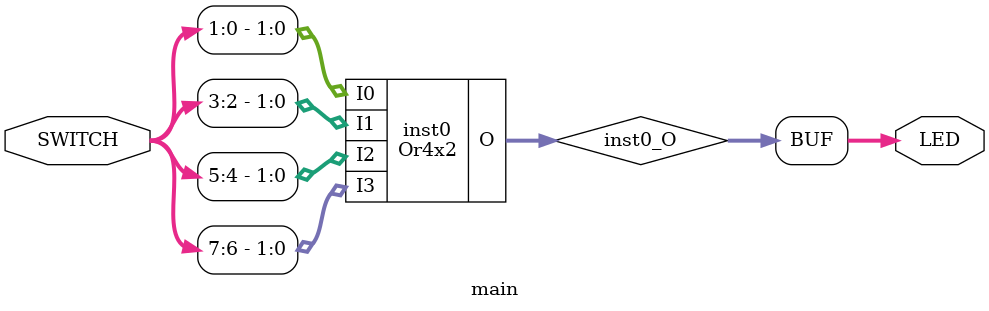
<source format=v>
module Or4 (input [3:0] I, output  O);
wire  inst0_O;
LUT4 #(.INIT(16'h0001)) inst0 (.I0(I[0]), .I1(I[1]), .I2(I[2]), .I3(I[3]), .O(inst0_O));
assign O = inst0_O;
endmodule

module Or4x2 (input [1:0] I0, input [1:0] I1, input [1:0] I2, input [1:0] I3, output [1:0] O);
wire  inst0_O;
wire  inst1_O;
Or4 inst0 (.I({I3[0],I2[0],I1[0],I0[0]}), .O(inst0_O));
Or4 inst1 (.I({I3[1],I2[1],I1[1],I0[1]}), .O(inst1_O));
assign O = {inst1_O,inst0_O};
endmodule

module main (input [7:0] SWITCH, output [1:0] LED);
wire [1:0] inst0_O;
Or4x2 inst0 (.I0({SWITCH[1],SWITCH[0]}), .I1({SWITCH[3],SWITCH[2]}), .I2({SWITCH[5],SWITCH[4]}), .I3({SWITCH[7],SWITCH[6]}), .O(inst0_O));
assign LED = inst0_O;
endmodule


</source>
